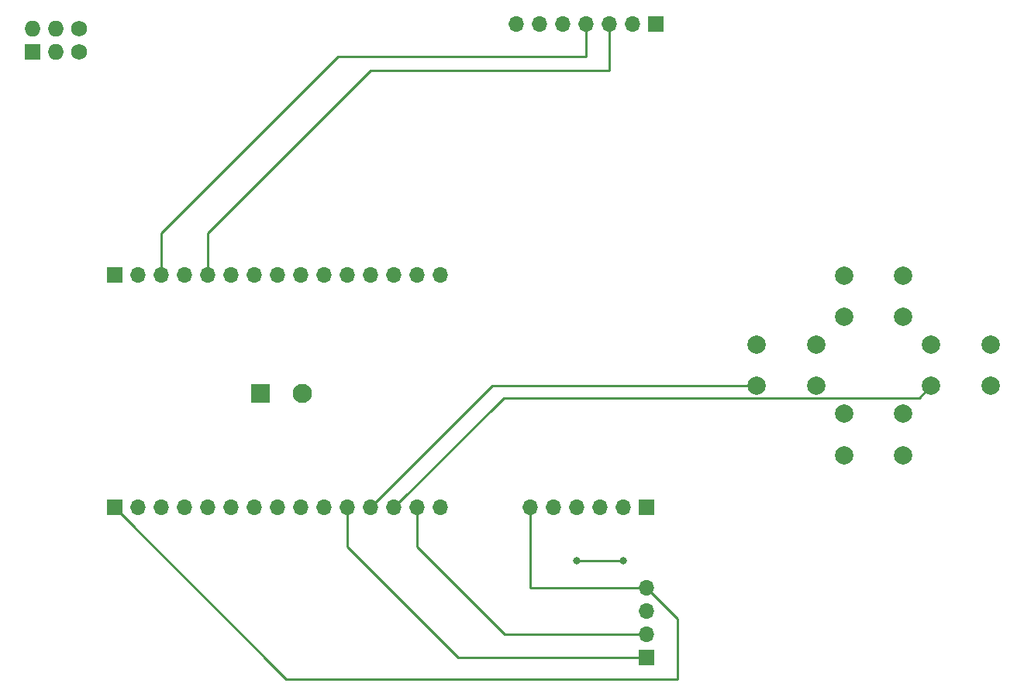
<source format=gbr>
%TF.GenerationSoftware,KiCad,Pcbnew,7.0.2-0*%
%TF.CreationDate,2023-06-19T18:33:07-07:00*%
%TF.ProjectId,FrogBadge,46726f67-4261-4646-9765-2e6b69636164,1.1*%
%TF.SameCoordinates,Original*%
%TF.FileFunction,Copper,L2,Bot*%
%TF.FilePolarity,Positive*%
%FSLAX46Y46*%
G04 Gerber Fmt 4.6, Leading zero omitted, Abs format (unit mm)*
G04 Created by KiCad (PCBNEW 7.0.2-0) date 2023-06-19 18:33:07*
%MOMM*%
%LPD*%
G01*
G04 APERTURE LIST*
G04 Aperture macros list*
%AMRoundRect*
0 Rectangle with rounded corners*
0 $1 Rounding radius*
0 $2 $3 $4 $5 $6 $7 $8 $9 X,Y pos of 4 corners*
0 Add a 4 corners polygon primitive as box body*
4,1,4,$2,$3,$4,$5,$6,$7,$8,$9,$2,$3,0*
0 Add four circle primitives for the rounded corners*
1,1,$1+$1,$2,$3*
1,1,$1+$1,$4,$5*
1,1,$1+$1,$6,$7*
1,1,$1+$1,$8,$9*
0 Add four rect primitives between the rounded corners*
20,1,$1+$1,$2,$3,$4,$5,0*
20,1,$1+$1,$4,$5,$6,$7,0*
20,1,$1+$1,$6,$7,$8,$9,0*
20,1,$1+$1,$8,$9,$2,$3,0*%
G04 Aperture macros list end*
%TA.AperFunction,ComponentPad*%
%ADD10C,2.000000*%
%TD*%
%TA.AperFunction,ComponentPad*%
%ADD11R,1.700000X1.700000*%
%TD*%
%TA.AperFunction,ComponentPad*%
%ADD12O,1.700000X1.700000*%
%TD*%
%TA.AperFunction,ComponentPad*%
%ADD13O,1.727200X1.727200*%
%TD*%
%TA.AperFunction,ComponentPad*%
%ADD14R,1.727200X1.727200*%
%TD*%
%TA.AperFunction,ComponentPad*%
%ADD15C,1.727200*%
%TD*%
%TA.AperFunction,ComponentPad*%
%ADD16RoundRect,0.250001X-0.799999X-0.799999X0.799999X-0.799999X0.799999X0.799999X-0.799999X0.799999X0*%
%TD*%
%TA.AperFunction,ComponentPad*%
%ADD17C,2.100000*%
%TD*%
%TA.AperFunction,ViaPad*%
%ADD18C,0.800000*%
%TD*%
%TA.AperFunction,Conductor*%
%ADD19C,0.250000*%
%TD*%
G04 APERTURE END LIST*
D10*
%TO.P,SW3,1,1*%
%TO.N,GND*%
X453009000Y-308102000D03*
X459509000Y-308102000D03*
%TO.P,SW3,2,2*%
%TO.N,Net-(J1-TX0)*%
X453009000Y-312602000D03*
X459509000Y-312602000D03*
%TD*%
D11*
%TO.P,J1,1,3v3*%
%TO.N,+3V3*%
X363843500Y-325907000D03*
D12*
%TO.P,J1,2,GND*%
%TO.N,GND*%
X366383500Y-325907000D03*
%TO.P,J1,3,D15*%
%TO.N,Net-(J1-D15)*%
X368923500Y-325907000D03*
%TO.P,J1,4,D2*%
%TO.N,unconnected-(J1-D2-Pad4)*%
X371463500Y-325907000D03*
%TO.P,J1,5,D4*%
%TO.N,unconnected-(J1-D4-Pad5)*%
X374003500Y-325907000D03*
%TO.P,J1,6,RX2*%
%TO.N,unconnected-(J1-RX2-Pad6)*%
X376543500Y-325907000D03*
%TO.P,J1,7,TX2*%
%TO.N,unconnected-(J1-TX2-Pad7)*%
X379083500Y-325907000D03*
%TO.P,J1,8,D5*%
%TO.N,Net-(J1-D5)*%
X381623500Y-325907000D03*
%TO.P,J1,9,D18*%
%TO.N,Net-(J1-D18)*%
X384163500Y-325907000D03*
%TO.P,J1,10,D19*%
%TO.N,Net-(J1-D19)*%
X386703500Y-325907000D03*
%TO.P,J1,11,D21*%
%TO.N,Net-(J1-D21)*%
X389243500Y-325907000D03*
%TO.P,J1,12,RX0*%
%TO.N,Net-(J1-RX0)*%
X391783500Y-325907000D03*
%TO.P,J1,13,TX0*%
%TO.N,Net-(J1-TX0)*%
X394323500Y-325907000D03*
%TO.P,J1,14,D22*%
%TO.N,Net-(J1-D22)*%
X396863500Y-325907000D03*
%TO.P,J1,15,D23*%
%TO.N,Net-(J1-D23)*%
X399403500Y-325907000D03*
%TD*%
D11*
%TO.P,J3,1,GND*%
%TO.N,GND*%
X421894000Y-325882000D03*
D12*
%TO.P,J3,2,MISO*%
%TO.N,Net-(J1-D19)*%
X419354000Y-325882000D03*
%TO.P,J3,3,CLK*%
%TO.N,Net-(J1-D18)*%
X416814000Y-325882000D03*
%TO.P,J3,4,MOSI*%
%TO.N,Net-(J1-D23)*%
X414274000Y-325882000D03*
%TO.P,J3,5,CS*%
%TO.N,Net-(J1-D5)*%
X411734000Y-325882000D03*
%TO.P,J3,6,3v3*%
%TO.N,+3V3*%
X409194000Y-325882000D03*
%TD*%
D13*
%TO.P,X1,1,VCC*%
%TO.N,+3V3*%
X354838000Y-273558000D03*
D14*
%TO.P,X1,2,GND*%
%TO.N,GND*%
X354838000Y-276098000D03*
D13*
%TO.P,X1,3,SDA*%
%TO.N,unconnected-(X1-SDA-Pad3)*%
X357378000Y-273558000D03*
%TO.P,X1,4,SCL*%
%TO.N,unconnected-(X1-SCL-Pad4)*%
X357378000Y-276098000D03*
D15*
%TO.P,X1,5,GPIO1*%
%TO.N,unconnected-(X1-GPIO1-Pad5)*%
X359918000Y-273558000D03*
%TO.P,X1,6,GPIO2*%
%TO.N,unconnected-(X1-GPIO2-Pad6)*%
X359918000Y-276098000D03*
%TD*%
D10*
%TO.P,SW2,1,1*%
%TO.N,GND*%
X443484000Y-315671200D03*
X449984000Y-315671200D03*
%TO.P,SW2,2,2*%
%TO.N,Net-(J2-D33)*%
X443484000Y-320171200D03*
X449984000Y-320171200D03*
%TD*%
%TO.P,SW4,1,1*%
%TO.N,GND*%
X433936000Y-308102000D03*
X440436000Y-308102000D03*
%TO.P,SW4,2,2*%
%TO.N,Net-(J1-RX0)*%
X433936000Y-312602000D03*
X440436000Y-312602000D03*
%TD*%
D11*
%TO.P,J5,1,SDA*%
%TO.N,Net-(J1-D21)*%
X421894000Y-342265000D03*
D12*
%TO.P,J5,2,SCL*%
%TO.N,Net-(J1-D22)*%
X421894000Y-339725000D03*
%TO.P,J5,3,GND*%
%TO.N,GND*%
X421894000Y-337185000D03*
%TO.P,J5,4,3v3*%
%TO.N,+3V3*%
X421894000Y-334645000D03*
%TD*%
D16*
%TO.P,BT1,1,VIN*%
%TO.N,Net-(BT1-VIN)*%
X379730000Y-313436000D03*
D17*
%TO.P,BT1,2,GND*%
%TO.N,Net-(BT1-GND)*%
X384330000Y-313436000D03*
%TD*%
D10*
%TO.P,SW1,1,1*%
%TO.N,GND*%
X443484000Y-300554000D03*
X449984000Y-300554000D03*
%TO.P,SW1,2,2*%
%TO.N,Net-(J2-D32)*%
X443484000Y-305054000D03*
X449984000Y-305054000D03*
%TD*%
D11*
%TO.P,J4,1,VCC*%
%TO.N,+3V3*%
X422910000Y-273050000D03*
D12*
%TO.P,J4,2,GND*%
%TO.N,GND*%
X420370000Y-273050000D03*
%TO.P,J4,3,SCL*%
%TO.N,Net-(J2-D14)*%
X417830000Y-273050000D03*
%TO.P,J4,4,SDA*%
%TO.N,Net-(J2-D13)*%
X415290000Y-273050000D03*
%TO.P,J4,5,DC*%
%TO.N,Net-(J1-D15)*%
X412750000Y-273050000D03*
%TO.P,J4,6,CS*%
%TO.N,Net-(J2-D27)*%
X410210000Y-273050000D03*
%TO.P,J4,7,RST*%
%TO.N,Net-(J2-D26)*%
X407670000Y-273050000D03*
%TD*%
D11*
%TO.P,J2,1,VIN*%
%TO.N,Net-(BT1-VIN)*%
X363843500Y-300457000D03*
D12*
%TO.P,J2,2,GND*%
%TO.N,Net-(BT1-GND)*%
X366383500Y-300457000D03*
%TO.P,J2,3,D13*%
%TO.N,Net-(J2-D13)*%
X368923500Y-300457000D03*
%TO.P,J2,4,D12*%
%TO.N,unconnected-(J2-D12-Pad4)*%
X371463500Y-300457000D03*
%TO.P,J2,5,D14*%
%TO.N,Net-(J2-D14)*%
X374003500Y-300457000D03*
%TO.P,J2,6,D27*%
%TO.N,Net-(J2-D27)*%
X376543500Y-300457000D03*
%TO.P,J2,7,D26*%
%TO.N,Net-(J2-D26)*%
X379083500Y-300457000D03*
%TO.P,J2,8,D25*%
%TO.N,unconnected-(J2-D25-Pad8)*%
X381623500Y-300457000D03*
%TO.P,J2,9,D33*%
%TO.N,Net-(J2-D33)*%
X384163500Y-300457000D03*
%TO.P,J2,10,D32*%
%TO.N,Net-(J2-D32)*%
X386703500Y-300457000D03*
%TO.P,J2,11,D35*%
%TO.N,unconnected-(J2-D35-Pad11)*%
X389243500Y-300457000D03*
%TO.P,J2,12,D34*%
%TO.N,unconnected-(J2-D34-Pad12)*%
X391783500Y-300457000D03*
%TO.P,J2,13,VN*%
%TO.N,unconnected-(J2-VN-Pad13)*%
X394323500Y-300457000D03*
%TO.P,J2,14,VP*%
%TO.N,unconnected-(J2-VP-Pad14)*%
X396863500Y-300457000D03*
%TO.P,J2,15,EN*%
%TO.N,unconnected-(J2-EN-Pad15)*%
X399403500Y-300457000D03*
%TD*%
D18*
%TO.N,Net-(J1-D19)*%
X414274000Y-331724000D03*
X419354000Y-331724000D03*
%TD*%
D19*
%TO.N,+3V3*%
X425323000Y-338074000D02*
X425323000Y-344678000D01*
X363843500Y-325907000D02*
X382569250Y-344632750D01*
X382614500Y-344678000D02*
X425323000Y-344678000D01*
X425323000Y-338074000D02*
X421894000Y-334645000D01*
X409194000Y-325882000D02*
X409194000Y-334645000D01*
X409194000Y-334645000D02*
X421894000Y-334645000D01*
%TO.N,Net-(J1-TX0)*%
X406303500Y-313927000D02*
X394323500Y-325907000D01*
X451684000Y-313927000D02*
X406303500Y-313927000D01*
X453009000Y-312602000D02*
X451684000Y-313927000D01*
%TO.N,Net-(J1-RX0)*%
X433936000Y-312602000D02*
X405088500Y-312602000D01*
X405088500Y-312602000D02*
X391783500Y-325907000D01*
%TO.N,Net-(J1-D19)*%
X414274000Y-331724000D02*
X419354000Y-331724000D01*
%TO.N,Net-(J1-D21)*%
X401320000Y-342265000D02*
X421894000Y-342265000D01*
X389243500Y-330188500D02*
X401320000Y-342265000D01*
X389243500Y-330188500D02*
X389243500Y-325907000D01*
%TO.N,Net-(J1-D22)*%
X396863500Y-330188500D02*
X396863500Y-325907000D01*
X406400000Y-339725000D02*
X396863500Y-330188500D01*
X421894000Y-339725000D02*
X406400000Y-339725000D01*
%TO.N,Net-(J2-D13)*%
X415290000Y-276606000D02*
X388239000Y-276606000D01*
X368923500Y-295921500D02*
X368923500Y-300457000D01*
X388239000Y-276606000D02*
X368923500Y-295921500D01*
X415290000Y-276606000D02*
X415290000Y-273050000D01*
%TO.N,Net-(J2-D14)*%
X391795000Y-278130000D02*
X374003500Y-295921500D01*
X417830000Y-278130000D02*
X417830000Y-273050000D01*
X374003500Y-295921500D02*
X374003500Y-300457000D01*
X417830000Y-278130000D02*
X391795000Y-278130000D01*
%TD*%
M02*

</source>
